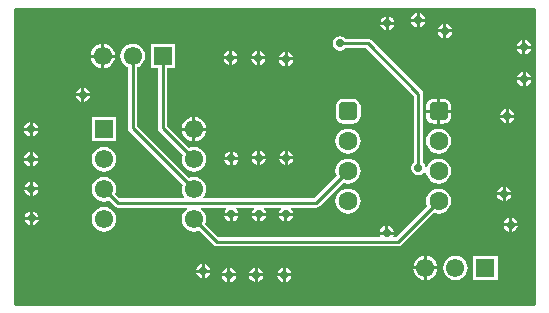
<source format=gbl>
G04*
G04 #@! TF.GenerationSoftware,Altium Limited,Altium Designer,20.2.7 (254)*
G04*
G04 Layer_Physical_Order=2*
G04 Layer_Color=16711680*
%FSLAX43Y43*%
%MOMM*%
G71*
G04*
G04 #@! TF.SameCoordinates,DF3CF367-A293-4906-87DF-23C10940DAFD*
G04*
G04*
G04 #@! TF.FilePolarity,Positive*
G04*
G01*
G75*
%ADD10C,0.254*%
%ADD34C,1.550*%
%ADD35R,1.550X1.550*%
%ADD38C,1.600*%
G04:AMPARAMS|DCode=39|XSize=1.6mm|YSize=1.6mm|CornerRadius=0.4mm|HoleSize=0mm|Usage=FLASHONLY|Rotation=270.000|XOffset=0mm|YOffset=0mm|HoleType=Round|Shape=RoundedRectangle|*
%AMROUNDEDRECTD39*
21,1,1.600,0.800,0,0,270.0*
21,1,0.800,1.600,0,0,270.0*
1,1,0.800,-0.400,-0.400*
1,1,0.800,-0.400,0.400*
1,1,0.800,0.400,0.400*
1,1,0.800,0.400,-0.400*
%
%ADD39ROUNDEDRECTD39*%
%ADD40R,1.550X1.550*%
%ADD41C,0.700*%
G36*
X44000Y25000D02*
Y-0D01*
X0Y-0D01*
Y25000D01*
X44000Y25000D01*
D02*
G37*
%LPC*%
G36*
X34302Y24627D02*
Y24163D01*
X34765D01*
X34744Y24272D01*
X34610Y24472D01*
X34411Y24605D01*
X34302Y24627D01*
D02*
G37*
G36*
X34048D02*
X33939Y24605D01*
X33739Y24472D01*
X33606Y24272D01*
X33584Y24163D01*
X34048D01*
Y24627D01*
D02*
G37*
G36*
X31696Y24360D02*
Y23897D01*
X32160D01*
X32138Y24005D01*
X32005Y24205D01*
X31805Y24339D01*
X31696Y24360D01*
D02*
G37*
G36*
X31442D02*
X31334Y24339D01*
X31134Y24205D01*
X31000Y24005D01*
X30979Y23897D01*
X31442D01*
Y24360D01*
D02*
G37*
G36*
X34765Y23909D02*
X34302D01*
Y23446D01*
X34411Y23467D01*
X34610Y23601D01*
X34744Y23801D01*
X34765Y23909D01*
D02*
G37*
G36*
X34048D02*
X33584D01*
X33606Y23801D01*
X33739Y23601D01*
X33939Y23467D01*
X34048Y23446D01*
Y23909D01*
D02*
G37*
G36*
X36566Y23712D02*
Y23249D01*
X37029D01*
X37008Y23358D01*
X36874Y23557D01*
X36674Y23691D01*
X36566Y23712D01*
D02*
G37*
G36*
X36312D02*
X36203Y23691D01*
X36003Y23557D01*
X35870Y23358D01*
X35848Y23249D01*
X36312D01*
Y23712D01*
D02*
G37*
G36*
X32160Y23643D02*
X31696D01*
Y23179D01*
X31805Y23201D01*
X32005Y23334D01*
X32138Y23534D01*
X32160Y23643D01*
D02*
G37*
G36*
X31442D02*
X30979D01*
X31000Y23534D01*
X31134Y23334D01*
X31334Y23201D01*
X31442Y23179D01*
Y23643D01*
D02*
G37*
G36*
X37029Y22995D02*
X36566D01*
Y22531D01*
X36674Y22553D01*
X36874Y22686D01*
X37008Y22886D01*
X37029Y22995D01*
D02*
G37*
G36*
X36312D02*
X35848D01*
X35870Y22886D01*
X36003Y22686D01*
X36203Y22553D01*
X36312Y22531D01*
Y22995D01*
D02*
G37*
G36*
X43252Y22338D02*
Y21875D01*
X43716D01*
X43694Y21984D01*
X43561Y22183D01*
X43361Y22317D01*
X43252Y22338D01*
D02*
G37*
G36*
X42998D02*
X42890Y22317D01*
X42690Y22183D01*
X42556Y21984D01*
X42535Y21875D01*
X42998D01*
Y22338D01*
D02*
G37*
G36*
X43716Y21621D02*
X43252D01*
Y21157D01*
X43361Y21179D01*
X43561Y21312D01*
X43694Y21512D01*
X43716Y21621D01*
D02*
G37*
G36*
X42998D02*
X42535D01*
X42556Y21512D01*
X42690Y21312D01*
X42890Y21179D01*
X42998Y21157D01*
Y21621D01*
D02*
G37*
G36*
X7587Y22021D02*
Y21127D01*
X8481D01*
X8463Y21269D01*
X8359Y21519D01*
X8194Y21734D01*
X7979Y21899D01*
X7729Y22003D01*
X7587Y22021D01*
D02*
G37*
G36*
X7333D02*
X7191Y22003D01*
X6941Y21899D01*
X6726Y21734D01*
X6561Y21519D01*
X6457Y21269D01*
X6439Y21127D01*
X7333D01*
Y22021D01*
D02*
G37*
G36*
X18408Y21442D02*
Y20979D01*
X18872D01*
X18850Y21087D01*
X18717Y21287D01*
X18517Y21421D01*
X18408Y21442D01*
D02*
G37*
G36*
X18154D02*
X18045Y21421D01*
X17846Y21287D01*
X17712Y21087D01*
X17691Y20979D01*
X18154D01*
Y21442D01*
D02*
G37*
G36*
X20764Y21425D02*
Y20961D01*
X21228D01*
X21206Y21070D01*
X21072Y21270D01*
X20873Y21403D01*
X20764Y21425D01*
D02*
G37*
G36*
X20510D02*
X20401Y21403D01*
X20202Y21270D01*
X20068Y21070D01*
X20046Y20961D01*
X20510D01*
Y21425D01*
D02*
G37*
G36*
X23111Y21354D02*
Y20890D01*
X23575D01*
X23553Y20999D01*
X23419Y21198D01*
X23220Y21332D01*
X23111Y21354D01*
D02*
G37*
G36*
X22857D02*
X22748Y21332D01*
X22549Y21198D01*
X22415Y20999D01*
X22393Y20890D01*
X22857D01*
Y21354D01*
D02*
G37*
G36*
X18872Y20725D02*
X18408D01*
Y20261D01*
X18517Y20283D01*
X18717Y20416D01*
X18850Y20616D01*
X18872Y20725D01*
D02*
G37*
G36*
X18154D02*
X17691D01*
X17712Y20616D01*
X17846Y20416D01*
X18045Y20283D01*
X18154Y20261D01*
Y20725D01*
D02*
G37*
G36*
X21228Y20707D02*
X20764D01*
Y20243D01*
X20873Y20265D01*
X21072Y20399D01*
X21206Y20598D01*
X21228Y20707D01*
D02*
G37*
G36*
X20510D02*
X20046D01*
X20068Y20598D01*
X20202Y20399D01*
X20401Y20265D01*
X20510Y20243D01*
Y20707D01*
D02*
G37*
G36*
X23575Y20636D02*
X23111D01*
Y20172D01*
X23220Y20194D01*
X23419Y20327D01*
X23553Y20527D01*
X23575Y20636D01*
D02*
G37*
G36*
X22857D02*
X22393D01*
X22415Y20527D01*
X22549Y20327D01*
X22748Y20194D01*
X22857Y20172D01*
Y20636D01*
D02*
G37*
G36*
X8481Y20873D02*
X7587D01*
Y19979D01*
X7729Y19997D01*
X7979Y20101D01*
X8194Y20266D01*
X8359Y20481D01*
X8463Y20731D01*
X8481Y20873D01*
D02*
G37*
G36*
X7333D02*
X6439D01*
X6457Y20731D01*
X6561Y20481D01*
X6726Y20266D01*
X6941Y20101D01*
X7191Y19997D01*
X7333Y19979D01*
Y20873D01*
D02*
G37*
G36*
X43263Y19660D02*
Y19196D01*
X43727D01*
X43705Y19305D01*
X43572Y19505D01*
X43372Y19638D01*
X43263Y19660D01*
D02*
G37*
G36*
X43009D02*
X42901Y19638D01*
X42701Y19505D01*
X42567Y19305D01*
X42546Y19196D01*
X43009D01*
Y19660D01*
D02*
G37*
G36*
X43727Y18942D02*
X43263D01*
Y18479D01*
X43372Y18501D01*
X43572Y18634D01*
X43705Y18834D01*
X43727Y18942D01*
D02*
G37*
G36*
X43009D02*
X42546D01*
X42567Y18834D01*
X42701Y18634D01*
X42901Y18501D01*
X43009Y18479D01*
Y18942D01*
D02*
G37*
G36*
X5904Y18315D02*
Y17851D01*
X6368D01*
X6346Y17960D01*
X6213Y18160D01*
X6013Y18293D01*
X5904Y18315D01*
D02*
G37*
G36*
X5650D02*
X5541Y18293D01*
X5342Y18160D01*
X5208Y17960D01*
X5187Y17851D01*
X5650D01*
Y18315D01*
D02*
G37*
G36*
X6368Y17597D02*
X5904D01*
Y17134D01*
X6013Y17155D01*
X6213Y17289D01*
X6346Y17489D01*
X6368Y17597D01*
D02*
G37*
G36*
X5650D02*
X5187D01*
X5208Y17489D01*
X5342Y17289D01*
X5541Y17155D01*
X5650Y17134D01*
Y17597D01*
D02*
G37*
G36*
X36297Y17385D02*
X36024D01*
Y16453D01*
X36957D01*
Y16726D01*
X36934Y16896D01*
X36868Y17056D01*
X36763Y17192D01*
X36627Y17297D01*
X36468Y17363D01*
X36297Y17385D01*
D02*
G37*
G36*
X35770D02*
X35497D01*
X35326Y17363D01*
X35167Y17297D01*
X35031Y17192D01*
X34926Y17056D01*
X34860Y16896D01*
X34837Y16726D01*
Y16453D01*
X35770D01*
Y17385D01*
D02*
G37*
G36*
X41849Y16509D02*
Y16046D01*
X42312D01*
X42291Y16155D01*
X42157Y16354D01*
X41957Y16488D01*
X41849Y16509D01*
D02*
G37*
G36*
X41595D02*
X41486Y16488D01*
X41286Y16354D01*
X41153Y16155D01*
X41131Y16046D01*
X41595D01*
Y16509D01*
D02*
G37*
G36*
X42312Y15792D02*
X41849D01*
Y15328D01*
X41957Y15350D01*
X42157Y15483D01*
X42291Y15683D01*
X42312Y15792D01*
D02*
G37*
G36*
X41595D02*
X41131D01*
X41153Y15683D01*
X41286Y15483D01*
X41486Y15350D01*
X41595Y15328D01*
Y15792D01*
D02*
G37*
G36*
X36957Y16199D02*
X36024D01*
Y15266D01*
X36297D01*
X36468Y15289D01*
X36627Y15354D01*
X36763Y15459D01*
X36868Y15596D01*
X36934Y15755D01*
X36957Y15926D01*
Y16199D01*
D02*
G37*
G36*
X35770D02*
X34837D01*
Y15926D01*
X34860Y15755D01*
X34926Y15596D01*
X35031Y15459D01*
X35167Y15354D01*
X35326Y15289D01*
X35497Y15266D01*
X35770D01*
Y16199D01*
D02*
G37*
G36*
X28631Y17385D02*
X27831D01*
X27661Y17363D01*
X27501Y17297D01*
X27365Y17192D01*
X27260Y17056D01*
X27194Y16896D01*
X27172Y16726D01*
Y15926D01*
X27194Y15755D01*
X27260Y15596D01*
X27365Y15459D01*
X27501Y15354D01*
X27661Y15289D01*
X27831Y15266D01*
X28631D01*
X28802Y15289D01*
X28961Y15354D01*
X29098Y15459D01*
X29203Y15596D01*
X29268Y15755D01*
X29291Y15926D01*
Y16726D01*
X29268Y16896D01*
X29203Y17056D01*
X29098Y17192D01*
X28961Y17297D01*
X28802Y17363D01*
X28631Y17385D01*
D02*
G37*
G36*
X15313Y15818D02*
Y14923D01*
X16208D01*
X16189Y15065D01*
X16085Y15315D01*
X15920Y15530D01*
X15705Y15695D01*
X15455Y15799D01*
X15313Y15818D01*
D02*
G37*
G36*
X15059Y15818D02*
X14918Y15799D01*
X14667Y15695D01*
X14453Y15530D01*
X14288Y15315D01*
X14184Y15065D01*
X14165Y14923D01*
X15059D01*
Y15818D01*
D02*
G37*
G36*
X1535Y15386D02*
Y14922D01*
X1998D01*
X1976Y15031D01*
X1843Y15231D01*
X1643Y15364D01*
X1535Y15386D01*
D02*
G37*
G36*
X1281D02*
X1172Y15364D01*
X972Y15231D01*
X839Y15031D01*
X817Y14922D01*
X1281D01*
Y15386D01*
D02*
G37*
G36*
X1998Y14668D02*
X1535D01*
Y14205D01*
X1643Y14226D01*
X1843Y14360D01*
X1976Y14559D01*
X1998Y14668D01*
D02*
G37*
G36*
X1281D02*
X817D01*
X839Y14559D01*
X972Y14360D01*
X1172Y14226D01*
X1281Y14205D01*
Y14668D01*
D02*
G37*
G36*
X16208Y14669D02*
X15313D01*
Y13775D01*
X15455Y13794D01*
X15705Y13898D01*
X15920Y14063D01*
X16085Y14278D01*
X16189Y14528D01*
X16208Y14669D01*
D02*
G37*
G36*
X15059D02*
X14165D01*
X14184Y14528D01*
X14288Y14278D01*
X14453Y14063D01*
X14667Y13898D01*
X14918Y13794D01*
X15059Y13775D01*
Y14669D01*
D02*
G37*
G36*
X8595Y15825D02*
X6537D01*
Y13767D01*
X8595D01*
Y15825D01*
D02*
G37*
G36*
X35897Y14849D02*
X35622Y14813D01*
X35365Y14706D01*
X35145Y14537D01*
X34976Y14317D01*
X34870Y14061D01*
X34834Y13786D01*
X34870Y13511D01*
X34976Y13254D01*
X35145Y13034D01*
X35365Y12865D01*
X35622Y12759D01*
X35897Y12723D01*
X36172Y12759D01*
X36429Y12865D01*
X36649Y13034D01*
X36818Y13254D01*
X36924Y13511D01*
X36960Y13786D01*
X36924Y14061D01*
X36818Y14317D01*
X36649Y14537D01*
X36429Y14706D01*
X36172Y14813D01*
X35897Y14849D01*
D02*
G37*
G36*
X28231D02*
X27956Y14813D01*
X27700Y14706D01*
X27480Y14537D01*
X27311Y14317D01*
X27204Y14061D01*
X27168Y13786D01*
X27204Y13511D01*
X27311Y13254D01*
X27480Y13034D01*
X27700Y12865D01*
X27956Y12759D01*
X28231Y12723D01*
X28506Y12759D01*
X28763Y12865D01*
X28983Y13034D01*
X29152Y13254D01*
X29258Y13511D01*
X29294Y13786D01*
X29258Y14061D01*
X29152Y14317D01*
X28983Y14537D01*
X28763Y14706D01*
X28506Y14813D01*
X28231Y14849D01*
D02*
G37*
G36*
X23129Y12976D02*
Y12513D01*
X23592D01*
X23570Y12621D01*
X23437Y12821D01*
X23237Y12955D01*
X23129Y12976D01*
D02*
G37*
G36*
X22875D02*
X22766Y12955D01*
X22566Y12821D01*
X22433Y12621D01*
X22411Y12513D01*
X22875D01*
Y12976D01*
D02*
G37*
G36*
X20790D02*
Y12513D01*
X21253D01*
X21232Y12621D01*
X21098Y12821D01*
X20898Y12955D01*
X20790Y12976D01*
D02*
G37*
G36*
X20536D02*
X20427Y12955D01*
X20227Y12821D01*
X20094Y12621D01*
X20072Y12513D01*
X20536D01*
Y12976D01*
D02*
G37*
G36*
X18486Y12918D02*
Y12455D01*
X18949D01*
X18928Y12564D01*
X18794Y12763D01*
X18595Y12897D01*
X18486Y12918D01*
D02*
G37*
G36*
X18232D02*
X18123Y12897D01*
X17923Y12763D01*
X17790Y12564D01*
X17768Y12455D01*
X18232D01*
Y12918D01*
D02*
G37*
G36*
X1535Y12854D02*
Y12390D01*
X1998D01*
X1976Y12499D01*
X1843Y12699D01*
X1643Y12832D01*
X1535Y12854D01*
D02*
G37*
G36*
X1281D02*
X1172Y12832D01*
X972Y12699D01*
X839Y12499D01*
X817Y12390D01*
X1281D01*
Y12854D01*
D02*
G37*
G36*
X23592Y12259D02*
X23129D01*
Y11795D01*
X23237Y11817D01*
X23437Y11950D01*
X23570Y12150D01*
X23592Y12259D01*
D02*
G37*
G36*
X22875D02*
X22411D01*
X22433Y12150D01*
X22566Y11950D01*
X22766Y11817D01*
X22875Y11795D01*
Y12259D01*
D02*
G37*
G36*
X21253D02*
X20790D01*
Y11795D01*
X20898Y11817D01*
X21098Y11950D01*
X21232Y12150D01*
X21253Y12259D01*
D02*
G37*
G36*
X20536D02*
X20072D01*
X20094Y12150D01*
X20227Y11950D01*
X20427Y11817D01*
X20536Y11795D01*
Y12259D01*
D02*
G37*
G36*
X18949Y12201D02*
X18486D01*
Y11737D01*
X18595Y11759D01*
X18794Y11892D01*
X18928Y12092D01*
X18949Y12201D01*
D02*
G37*
G36*
X18232D02*
X17768D01*
X17790Y12092D01*
X17923Y11892D01*
X18123Y11759D01*
X18232Y11737D01*
Y12201D01*
D02*
G37*
G36*
X1998Y12136D02*
X1535D01*
Y11673D01*
X1643Y11694D01*
X1843Y11828D01*
X1976Y12028D01*
X1998Y12136D01*
D02*
G37*
G36*
X1281D02*
X817D01*
X839Y12028D01*
X972Y11828D01*
X1172Y11694D01*
X1281Y11673D01*
Y12136D01*
D02*
G37*
G36*
X13569Y22029D02*
X11511D01*
Y19971D01*
X12152D01*
Y14903D01*
X12181Y14754D01*
X12265Y14628D01*
X14238Y12656D01*
X14184Y12525D01*
X14149Y12256D01*
X14184Y11988D01*
X14288Y11738D01*
X14453Y11523D01*
X14667Y11358D01*
X14918Y11254D01*
X15186Y11219D01*
X15455Y11254D01*
X15705Y11358D01*
X15920Y11523D01*
X16085Y11738D01*
X16189Y11988D01*
X16224Y12256D01*
X16189Y12525D01*
X16085Y12775D01*
X15920Y12990D01*
X15705Y13155D01*
X15455Y13259D01*
X15186Y13294D01*
X14918Y13259D01*
X14787Y13205D01*
X12928Y15064D01*
Y19971D01*
X13569D01*
Y22029D01*
D02*
G37*
G36*
X7566Y13294D02*
X7298Y13259D01*
X7047Y13155D01*
X6833Y12990D01*
X6668Y12775D01*
X6564Y12525D01*
X6529Y12256D01*
X6564Y11988D01*
X6668Y11738D01*
X6833Y11523D01*
X7047Y11358D01*
X7298Y11254D01*
X7566Y11219D01*
X7835Y11254D01*
X8085Y11358D01*
X8300Y11523D01*
X8465Y11738D01*
X8569Y11988D01*
X8604Y12256D01*
X8569Y12525D01*
X8465Y12775D01*
X8300Y12990D01*
X8085Y13155D01*
X7835Y13259D01*
X7566Y13294D01*
D02*
G37*
G36*
X27543Y22690D02*
X27308Y22643D01*
X27108Y22509D01*
X26974Y22310D01*
X26927Y22074D01*
X26974Y21838D01*
X27108Y21639D01*
X27308Y21505D01*
X27543Y21458D01*
X27779Y21505D01*
X27979Y21639D01*
X28010Y21686D01*
X29765D01*
X33801Y17650D01*
Y11983D01*
X33754Y11951D01*
X33621Y11751D01*
X33574Y11516D01*
X33621Y11280D01*
X33754Y11080D01*
X33954Y10947D01*
X34189Y10900D01*
X34425Y10947D01*
X34625Y11080D01*
X34711Y11209D01*
X34843Y11178D01*
X34870Y10971D01*
X34976Y10714D01*
X35145Y10494D01*
X35365Y10325D01*
X35622Y10219D01*
X35897Y10183D01*
X36172Y10219D01*
X36429Y10325D01*
X36649Y10494D01*
X36818Y10714D01*
X36924Y10971D01*
X36960Y11246D01*
X36924Y11521D01*
X36818Y11777D01*
X36649Y11997D01*
X36429Y12166D01*
X36172Y12273D01*
X35897Y12309D01*
X35622Y12273D01*
X35365Y12166D01*
X35145Y11997D01*
X34976Y11777D01*
X34913Y11625D01*
X34781Y11638D01*
X34758Y11751D01*
X34625Y11951D01*
X34578Y11983D01*
Y17810D01*
X34548Y17959D01*
X34464Y18085D01*
X30201Y22349D01*
X30075Y22433D01*
X29926Y22462D01*
X28010D01*
X27979Y22509D01*
X27779Y22643D01*
X27543Y22690D01*
D02*
G37*
G36*
X1550Y10352D02*
Y9888D01*
X2013D01*
X1991Y9997D01*
X1858Y10197D01*
X1658Y10330D01*
X1550Y10352D01*
D02*
G37*
G36*
X1296D02*
X1187Y10330D01*
X987Y10197D01*
X854Y9997D01*
X832Y9888D01*
X1296D01*
Y10352D01*
D02*
G37*
G36*
X41575Y9930D02*
Y9467D01*
X42038D01*
X42017Y9575D01*
X41883Y9775D01*
X41683Y9908D01*
X41575Y9930D01*
D02*
G37*
G36*
X41321D02*
X41212Y9908D01*
X41012Y9775D01*
X40879Y9575D01*
X40857Y9467D01*
X41321D01*
Y9930D01*
D02*
G37*
G36*
X2013Y9634D02*
X1550D01*
Y9171D01*
X1658Y9192D01*
X1858Y9326D01*
X1991Y9526D01*
X2013Y9634D01*
D02*
G37*
G36*
X1296D02*
X832D01*
X854Y9526D01*
X987Y9326D01*
X1187Y9192D01*
X1296Y9171D01*
Y9634D01*
D02*
G37*
G36*
X10000Y22038D02*
X9731Y22003D01*
X9481Y21899D01*
X9266Y21734D01*
X9101Y21519D01*
X8997Y21269D01*
X8962Y21000D01*
X8997Y20731D01*
X9101Y20481D01*
X9266Y20266D01*
X9481Y20101D01*
X9612Y20047D01*
Y14903D01*
X9641Y14754D01*
X9725Y14628D01*
X14238Y10116D01*
X14184Y9985D01*
X14149Y9716D01*
X14184Y9448D01*
X14288Y9198D01*
X14381Y9076D01*
X14318Y8949D01*
X8883D01*
X8515Y9317D01*
X8569Y9448D01*
X8604Y9716D01*
X8569Y9985D01*
X8465Y10235D01*
X8300Y10450D01*
X8085Y10615D01*
X7835Y10719D01*
X7566Y10754D01*
X7298Y10719D01*
X7047Y10615D01*
X6833Y10450D01*
X6668Y10235D01*
X6564Y9985D01*
X6529Y9716D01*
X6564Y9448D01*
X6668Y9198D01*
X6833Y8983D01*
X7047Y8818D01*
X7298Y8714D01*
X7566Y8679D01*
X7835Y8714D01*
X7966Y8768D01*
X8448Y8286D01*
X8574Y8202D01*
X8722Y8172D01*
X14585D01*
X14628Y8045D01*
X14453Y7910D01*
X14288Y7695D01*
X14184Y7445D01*
X14149Y7176D01*
X14184Y6908D01*
X14288Y6658D01*
X14453Y6443D01*
X14667Y6278D01*
X14918Y6174D01*
X15186Y6139D01*
X15455Y6174D01*
X15586Y6228D01*
X16823Y4991D01*
X16949Y4907D01*
X17097Y4877D01*
X32457D01*
X32605Y4907D01*
X32731Y4991D01*
X35479Y7738D01*
X35622Y7679D01*
X35897Y7643D01*
X36172Y7679D01*
X36429Y7785D01*
X36649Y7954D01*
X36818Y8174D01*
X36924Y8431D01*
X36960Y8706D01*
X36924Y8981D01*
X36818Y9237D01*
X36649Y9457D01*
X36429Y9626D01*
X36172Y9733D01*
X35897Y9769D01*
X35622Y9733D01*
X35365Y9626D01*
X35145Y9457D01*
X34976Y9237D01*
X34870Y8981D01*
X34834Y8706D01*
X34870Y8431D01*
X34929Y8288D01*
X32296Y5654D01*
X32126D01*
X32066Y5781D01*
X32083Y5870D01*
X30902D01*
X30920Y5781D01*
X30860Y5654D01*
X17258D01*
X16135Y6777D01*
X16189Y6908D01*
X16224Y7176D01*
X16189Y7445D01*
X16085Y7695D01*
X15920Y7910D01*
X15745Y8045D01*
X15788Y8172D01*
X17926D01*
X17965Y8045D01*
X17922Y8016D01*
X17788Y7816D01*
X17767Y7708D01*
X18948D01*
X18926Y7816D01*
X18793Y8016D01*
X18750Y8045D01*
X18788Y8172D01*
X20257D01*
X20296Y8045D01*
X20253Y8016D01*
X20119Y7816D01*
X20098Y7708D01*
X21279D01*
X21257Y7816D01*
X21124Y8016D01*
X21081Y8045D01*
X21119Y8172D01*
X22520D01*
X22557Y8050D01*
X22539Y8039D01*
X22406Y7839D01*
X22384Y7730D01*
X23565D01*
X23544Y7839D01*
X23410Y8039D01*
X23393Y8050D01*
X23429Y8172D01*
X25546D01*
X25695Y8202D01*
X25821Y8286D01*
X27813Y10278D01*
X27956Y10219D01*
X28231Y10183D01*
X28506Y10219D01*
X28763Y10325D01*
X28983Y10494D01*
X29152Y10714D01*
X29258Y10971D01*
X29294Y11246D01*
X29258Y11521D01*
X29152Y11777D01*
X28983Y11997D01*
X28763Y12166D01*
X28506Y12273D01*
X28231Y12309D01*
X27956Y12273D01*
X27700Y12166D01*
X27480Y11997D01*
X27311Y11777D01*
X27204Y11521D01*
X27168Y11246D01*
X27204Y10971D01*
X27264Y10828D01*
X25385Y8949D01*
X16055D01*
X15992Y9076D01*
X16085Y9198D01*
X16189Y9448D01*
X16224Y9716D01*
X16189Y9985D01*
X16085Y10235D01*
X15920Y10450D01*
X15705Y10615D01*
X15455Y10719D01*
X15186Y10754D01*
X14918Y10719D01*
X14787Y10665D01*
X10388Y15064D01*
Y20047D01*
X10519Y20101D01*
X10734Y20266D01*
X10899Y20481D01*
X11003Y20731D01*
X11038Y21000D01*
X11003Y21269D01*
X10899Y21519D01*
X10734Y21734D01*
X10519Y21899D01*
X10269Y22003D01*
X10000Y22038D01*
D02*
G37*
G36*
X42038Y9213D02*
X41575D01*
Y8749D01*
X41683Y8771D01*
X41883Y8904D01*
X42017Y9104D01*
X42038Y9213D01*
D02*
G37*
G36*
X41321D02*
X40857D01*
X40879Y9104D01*
X41012Y8904D01*
X41212Y8771D01*
X41321Y8749D01*
Y9213D01*
D02*
G37*
G36*
X28231Y9769D02*
X27956Y9733D01*
X27700Y9626D01*
X27480Y9457D01*
X27311Y9237D01*
X27204Y8981D01*
X27168Y8706D01*
X27204Y8431D01*
X27311Y8174D01*
X27480Y7954D01*
X27700Y7785D01*
X27956Y7679D01*
X28231Y7643D01*
X28506Y7679D01*
X28763Y7785D01*
X28983Y7954D01*
X29152Y8174D01*
X29258Y8431D01*
X29294Y8706D01*
X29258Y8981D01*
X29152Y9237D01*
X28983Y9457D01*
X28763Y9626D01*
X28506Y9733D01*
X28231Y9769D01*
D02*
G37*
G36*
X1565Y7850D02*
Y7386D01*
X2028D01*
X2006Y7495D01*
X1873Y7695D01*
X1673Y7828D01*
X1565Y7850D01*
D02*
G37*
G36*
X1311D02*
X1202Y7828D01*
X1002Y7695D01*
X869Y7495D01*
X847Y7386D01*
X1311D01*
Y7850D01*
D02*
G37*
G36*
X23565Y7476D02*
X23102D01*
Y7013D01*
X23210Y7034D01*
X23410Y7168D01*
X23544Y7368D01*
X23565Y7476D01*
D02*
G37*
G36*
X22848D02*
X22384D01*
X22406Y7368D01*
X22539Y7168D01*
X22739Y7034D01*
X22848Y7013D01*
Y7476D01*
D02*
G37*
G36*
X21279Y7454D02*
X20815D01*
Y6990D01*
X20924Y7012D01*
X21124Y7145D01*
X21257Y7345D01*
X21279Y7454D01*
D02*
G37*
G36*
X20561D02*
X20098D01*
X20119Y7345D01*
X20253Y7145D01*
X20453Y7012D01*
X20561Y6990D01*
Y7454D01*
D02*
G37*
G36*
X18948D02*
X18484D01*
Y6990D01*
X18593Y7012D01*
X18793Y7145D01*
X18926Y7345D01*
X18948Y7454D01*
D02*
G37*
G36*
X18230D02*
X17767D01*
X17788Y7345D01*
X17922Y7145D01*
X18122Y7012D01*
X18230Y6990D01*
Y7454D01*
D02*
G37*
G36*
X42120Y7309D02*
Y6845D01*
X42584D01*
X42562Y6954D01*
X42429Y7154D01*
X42229Y7287D01*
X42120Y7309D01*
D02*
G37*
G36*
X41866D02*
X41757Y7287D01*
X41558Y7154D01*
X41424Y6954D01*
X41402Y6845D01*
X41866D01*
Y7309D01*
D02*
G37*
G36*
X2028Y7132D02*
X1565D01*
Y6669D01*
X1673Y6690D01*
X1873Y6824D01*
X2006Y7024D01*
X2028Y7132D01*
D02*
G37*
G36*
X1311D02*
X847D01*
X869Y7024D01*
X1002Y6824D01*
X1202Y6690D01*
X1311Y6669D01*
Y7132D01*
D02*
G37*
G36*
X7566Y8214D02*
X7298Y8179D01*
X7047Y8075D01*
X6833Y7910D01*
X6668Y7695D01*
X6564Y7445D01*
X6529Y7176D01*
X6564Y6908D01*
X6668Y6658D01*
X6833Y6443D01*
X7047Y6278D01*
X7298Y6174D01*
X7566Y6139D01*
X7835Y6174D01*
X8085Y6278D01*
X8300Y6443D01*
X8465Y6658D01*
X8569Y6908D01*
X8604Y7176D01*
X8569Y7445D01*
X8465Y7695D01*
X8300Y7910D01*
X8085Y8075D01*
X7835Y8179D01*
X7566Y8214D01*
D02*
G37*
G36*
X42584Y6591D02*
X42120D01*
Y6128D01*
X42229Y6149D01*
X42429Y6283D01*
X42562Y6483D01*
X42584Y6591D01*
D02*
G37*
G36*
X41866D02*
X41402D01*
X41424Y6483D01*
X41558Y6283D01*
X41757Y6149D01*
X41866Y6128D01*
Y6591D01*
D02*
G37*
G36*
X31620Y6587D02*
Y6123D01*
X32083D01*
X32062Y6232D01*
X31928Y6432D01*
X31728Y6565D01*
X31620Y6587D01*
D02*
G37*
G36*
X31366D02*
X31257Y6565D01*
X31057Y6432D01*
X30924Y6232D01*
X30902Y6123D01*
X31366D01*
Y6587D01*
D02*
G37*
G36*
X34909Y4087D02*
Y3193D01*
X35803D01*
X35785Y3335D01*
X35681Y3585D01*
X35516Y3800D01*
X35301Y3965D01*
X35051Y4069D01*
X34909Y4087D01*
D02*
G37*
G36*
X34655D02*
X34514Y4069D01*
X34263Y3965D01*
X34048Y3800D01*
X33883Y3585D01*
X33780Y3335D01*
X33761Y3193D01*
X34655D01*
Y4087D01*
D02*
G37*
G36*
X16105Y3381D02*
Y2918D01*
X16568D01*
X16547Y3026D01*
X16413Y3226D01*
X16214Y3360D01*
X16105Y3381D01*
D02*
G37*
G36*
X15851D02*
X15742Y3360D01*
X15542Y3226D01*
X15409Y3026D01*
X15387Y2918D01*
X15851D01*
Y3381D01*
D02*
G37*
G36*
X20582Y3071D02*
Y2608D01*
X21045D01*
X21024Y2717D01*
X20890Y2916D01*
X20690Y3050D01*
X20582Y3071D01*
D02*
G37*
G36*
X20328D02*
X20219Y3050D01*
X20019Y2916D01*
X19886Y2717D01*
X19864Y2608D01*
X20328D01*
Y3071D01*
D02*
G37*
G36*
X18273Y3056D02*
Y2592D01*
X18736D01*
X18715Y2701D01*
X18581Y2900D01*
X18381Y3034D01*
X18273Y3056D01*
D02*
G37*
G36*
X18019D02*
X17910Y3034D01*
X17710Y2900D01*
X17577Y2701D01*
X17555Y2592D01*
X18019D01*
Y3056D01*
D02*
G37*
G36*
X22973Y3056D02*
Y2592D01*
X23436D01*
X23415Y2701D01*
X23281Y2900D01*
X23081Y3034D01*
X22973Y3056D01*
D02*
G37*
G36*
X22719D02*
X22610Y3034D01*
X22410Y2900D01*
X22277Y2701D01*
X22255Y2592D01*
X22719D01*
Y3056D01*
D02*
G37*
G36*
X16568Y2664D02*
X16105D01*
Y2200D01*
X16214Y2222D01*
X16413Y2355D01*
X16547Y2555D01*
X16568Y2664D01*
D02*
G37*
G36*
X15851D02*
X15387D01*
X15409Y2555D01*
X15542Y2355D01*
X15742Y2222D01*
X15851Y2200D01*
Y2664D01*
D02*
G37*
G36*
X35803Y2939D02*
X34909D01*
Y2045D01*
X35051Y2064D01*
X35301Y2167D01*
X35516Y2332D01*
X35681Y2547D01*
X35785Y2798D01*
X35803Y2939D01*
D02*
G37*
G36*
X34655D02*
X33761D01*
X33780Y2798D01*
X33883Y2547D01*
X34048Y2332D01*
X34263Y2167D01*
X34514Y2064D01*
X34655Y2045D01*
Y2939D01*
D02*
G37*
G36*
X40891Y4095D02*
X38833D01*
Y2037D01*
X40891D01*
Y4095D01*
D02*
G37*
G36*
X37322Y4104D02*
X37054Y4069D01*
X36803Y3965D01*
X36588Y3800D01*
X36424Y3585D01*
X36320Y3335D01*
X36284Y3066D01*
X36320Y2798D01*
X36424Y2547D01*
X36588Y2332D01*
X36803Y2167D01*
X37054Y2064D01*
X37322Y2028D01*
X37591Y2064D01*
X37841Y2167D01*
X38056Y2332D01*
X38221Y2547D01*
X38325Y2798D01*
X38360Y3066D01*
X38325Y3335D01*
X38221Y3585D01*
X38056Y3800D01*
X37841Y3965D01*
X37591Y4069D01*
X37322Y4104D01*
D02*
G37*
G36*
X21045Y2354D02*
X20582D01*
Y1890D01*
X20690Y1912D01*
X20890Y2045D01*
X21024Y2245D01*
X21045Y2354D01*
D02*
G37*
G36*
X20328D02*
X19864D01*
X19886Y2245D01*
X20019Y2045D01*
X20219Y1912D01*
X20328Y1890D01*
Y2354D01*
D02*
G37*
G36*
X18736Y2338D02*
X18273D01*
Y1874D01*
X18381Y1896D01*
X18581Y2030D01*
X18715Y2229D01*
X18736Y2338D01*
D02*
G37*
G36*
X18019D02*
X17555D01*
X17577Y2229D01*
X17710Y2030D01*
X17910Y1896D01*
X18019Y1874D01*
Y2338D01*
D02*
G37*
G36*
X23436Y2338D02*
X22973D01*
Y1874D01*
X23081Y1896D01*
X23281Y2030D01*
X23415Y2229D01*
X23436Y2338D01*
D02*
G37*
G36*
X22719D02*
X22255D01*
X22277Y2229D01*
X22410Y2030D01*
X22610Y1896D01*
X22719Y1874D01*
Y2338D01*
D02*
G37*
%LPD*%
D10*
X32457Y5266D02*
X35897Y8706D01*
X17097Y5266D02*
X32457D01*
X15186Y7176D02*
X17097Y5266D01*
X27543Y22074D02*
X29926D01*
X34189Y11516D02*
Y17810D01*
X29926Y22074D02*
X34189Y17810D01*
X25546Y8560D02*
X28231Y11246D01*
X8722Y8560D02*
X25546D01*
X7566Y9716D02*
X8722Y8560D01*
X10000Y14903D02*
Y21000D01*
Y14903D02*
X15186Y9716D01*
X12540Y14903D02*
Y21000D01*
Y14903D02*
X15186Y12256D01*
X44000Y18750D02*
Y25000D01*
Y0D02*
Y6250D01*
X0Y0D02*
Y25000D01*
X44000D01*
Y6250D02*
Y18750D01*
X0Y0D02*
X44000D01*
D34*
X10000Y21000D02*
D03*
X7460D02*
D03*
X37322Y3066D02*
D03*
X34782D02*
D03*
X7566Y7176D02*
D03*
Y9716D02*
D03*
Y12256D02*
D03*
X15186Y14796D02*
D03*
Y12256D02*
D03*
Y9716D02*
D03*
Y7176D02*
D03*
D35*
X7566Y14796D02*
D03*
D38*
X28231Y8706D02*
D03*
Y11246D02*
D03*
Y13786D02*
D03*
X35897D02*
D03*
Y11246D02*
D03*
Y8706D02*
D03*
D39*
X28231Y16326D02*
D03*
X35897D02*
D03*
D40*
X12540Y21000D02*
D03*
X39862Y3066D02*
D03*
D41*
X34175Y24036D02*
D03*
X43125Y21748D02*
D03*
X43136Y19069D02*
D03*
X41722Y15919D02*
D03*
X18359Y12328D02*
D03*
X20663Y12386D02*
D03*
X23002D02*
D03*
X31569Y23770D02*
D03*
X22975Y7603D02*
D03*
X20688Y7581D02*
D03*
X18357D02*
D03*
X36439Y23122D02*
D03*
X41993Y6718D02*
D03*
X31493Y5997D02*
D03*
X22984Y20763D02*
D03*
X20637Y20834D02*
D03*
X18281Y20852D02*
D03*
X34189Y11516D02*
D03*
X27543Y22074D02*
D03*
X41448Y9340D02*
D03*
X5777Y17724D02*
D03*
X1438Y7259D02*
D03*
X1423Y9761D02*
D03*
X1408Y12263D02*
D03*
Y14795D02*
D03*
X22846Y2465D02*
D03*
X20455Y2481D02*
D03*
X18146Y2465D02*
D03*
X15978Y2791D02*
D03*
M02*

</source>
